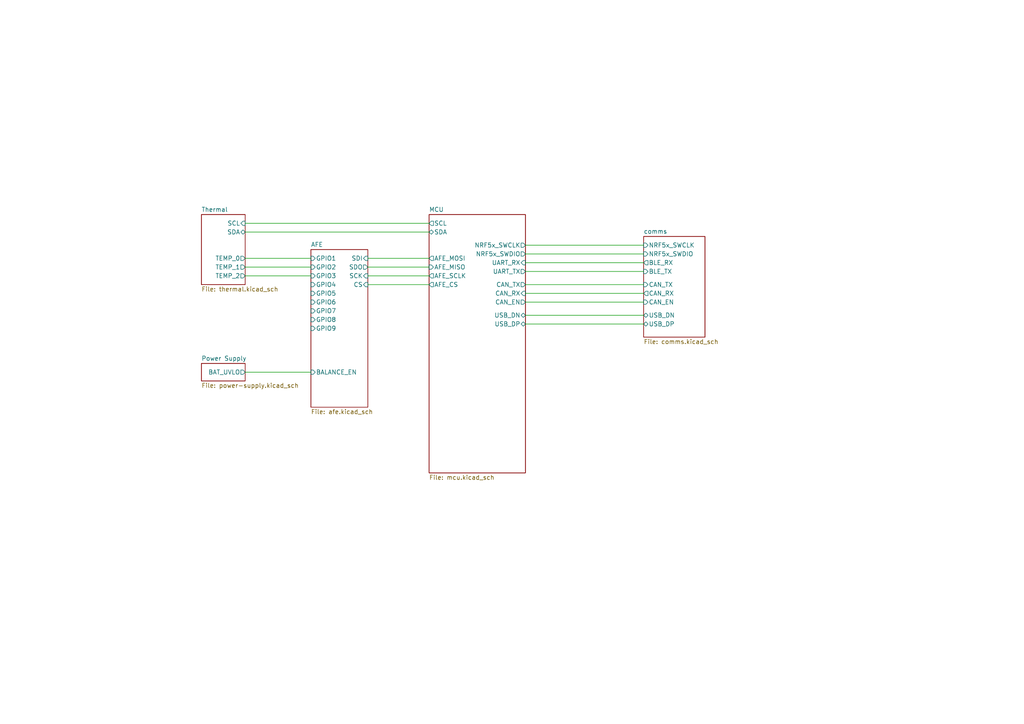
<source format=kicad_sch>
(kicad_sch (version 20211123) (generator eeschema)
  (paper "A4")
  (lib_symbols)
  (wire (pts (xy 71.12 74.93) (xy 90.17 74.93)))
  (wire (pts (xy 71.12 67.31) (xy 124.46 67.31)))
  (wire (pts (xy 152.4 85.09) (xy 186.69 85.09)))
  (wire (pts (xy 71.12 77.47) (xy 90.17 77.47)))
  (wire (pts (xy 152.4 82.55) (xy 186.69 82.55)))
  (wire (pts (xy 106.68 74.93) (xy 124.46 74.93)))
  (wire (pts (xy 152.4 87.63) (xy 186.69 87.63)))
  (wire (pts (xy 106.68 77.47) (xy 124.46 77.47)))
  (wire (pts (xy 152.4 78.74) (xy 186.69 78.74)))
  (wire (pts (xy 152.4 73.66) (xy 186.69 73.66)))
  (wire (pts (xy 152.4 91.44) (xy 186.69 91.44)))
  (wire (pts (xy 106.68 82.55) (xy 124.46 82.55)))
  (wire (pts (xy 106.68 80.01) (xy 124.46 80.01)))
  (wire (pts (xy 71.12 64.77) (xy 124.46 64.77)))
  (wire (pts (xy 152.4 93.98) (xy 186.69 93.98)))
  (wire (pts (xy 71.12 107.95) (xy 90.17 107.95)))
  (wire (pts (xy 152.4 76.2) (xy 186.69 76.2)))
  (wire (pts (xy 152.4 71.12) (xy 186.69 71.12)))
  (wire (pts (xy 71.12 80.01) (xy 90.17 80.01)))
  (sheet (at 124.46 62.23) (size 27.94 74.93) (stroke (width 0.1524))
    (property "Sheet name" "MCU" (at 124.46 61.5184 0) (effects (justify left bottom)))
    (property "Sheet file" "mcu.kicad_sch" (at 124.46 137.7446 0) (effects (justify left top)))
    (pin "NRF5x_SWDIO" output (at 152.4 73.66 0))
    (pin "NRF5x_SWCLK" output (at 152.4 71.12 0))
    (pin "CAN_RX" input (at 152.4 85.09 0))
    (pin "CAN_TX" output (at 152.4 82.55 0))
    (pin "CAN_EN" output (at 152.4 87.63 0))
    (pin "USB_DN" bidirectional (at 152.4 91.44 0))
    (pin "USB_DP" bidirectional (at 152.4 93.98 0))
    (pin "UART_RX" input (at 152.4 76.2 0))
    (pin "UART_TX" output (at 152.4 78.74 0))
    (pin "SCL" output (at 124.46 64.77 180))
    (pin "SDA" bidirectional (at 124.46 67.31 180))
    (pin "AFE_MISO" input (at 124.46 77.47 180))
    (pin "AFE_MOSI" output (at 124.46 74.93 180))
    (pin "AFE_SCLK" output (at 124.46 80.01 180))
    (pin "AFE_CS" output (at 124.46 82.55 180))
  )
  (sheet (at 58.42 105.41) (size 12.7 5.08) (stroke (width 0.1524))
    (property "Sheet name" "Power Supply" (at 58.42 104.6984 0) (effects (justify left bottom)))
    (property "Sheet file" "power-supply.kicad_sch" (at 58.42 111.0746 0) (effects (justify left top)))
    (pin "BAT_UVLO" output (at 71.12 107.95 0))
  )
  (sheet (at 186.69 68.58) (size 17.78 29.21) (stroke (width 0.1524))
    (property "Sheet name" "comms" (at 186.69 67.8684 0) (effects (justify left bottom)))
    (property "Sheet file" "comms.kicad_sch" (at 186.69 98.3746 0) (effects (justify left top)))
    (pin "NRF5x_SWCLK" input (at 186.69 71.12 180))
    (pin "NRF5x_SWDIO" input (at 186.69 73.66 180))
    (pin "CAN_TX" input (at 186.69 82.55 180))
    (pin "CAN_RX" output (at 186.69 85.09 180))
    (pin "USB_DN" bidirectional (at 186.69 91.44 180))
    (pin "USB_DP" bidirectional (at 186.69 93.98 180))
    (pin "CAN_EN" input (at 186.69 87.63 180))
    (pin "BLE_RX" output (at 186.69 76.2 180))
    (pin "BLE_TX" input (at 186.69 78.74 180))
  )
  (sheet (at 58.42 62.23) (size 12.7 20.32) (stroke (width 0.1524))
    (property "Sheet name" "Thermal" (at 58.42 61.5184 0) (effects (justify left bottom)))
    (property "Sheet file" "thermal.kicad_sch" (at 58.42 83.1346 0) (effects (justify left top)))
    (pin "SCL" input (at 71.12 64.77 0))
    (pin "SDA" bidirectional (at 71.12 67.31 0))
    (pin "TEMP_0" output (at 71.12 74.93 0))
    (pin "TEMP_2" output (at 71.12 80.01 0))
    (pin "TEMP_1" output (at 71.12 77.47 0))
  )
  (sheet (at 90.17 72.39) (size 16.51 45.72) (stroke (width 0.1524))
    (property "Sheet name" "AFE" (at 90.17 71.6784 0) (effects (justify left bottom)))
    (property "Sheet file" "afe.kicad_sch" (at 90.17 118.6946 0) (effects (justify left top)))
    (pin "BALANCE_EN" input (at 90.17 107.95 180))
    (pin "GPIO8" input (at 90.17 92.71 180))
    (pin "GPIO5" input (at 90.17 85.09 180))
    (pin "GPIO6" input (at 90.17 87.63 180))
    (pin "GPIO7" input (at 90.17 90.17 180))
    (pin "GPIO9" input (at 90.17 95.25 180))
    (pin "GPIO3" input (at 90.17 80.01 180))
    (pin "GPIO1" input (at 90.17 74.93 180))
    (pin "GPIO2" input (at 90.17 77.47 180))
    (pin "GPIO4" input (at 90.17 82.55 180))
    (pin "SDI" input (at 106.68 74.93 0))
    (pin "SDO" output (at 106.68 77.47 0))
    (pin "CS" input (at 106.68 82.55 0))
    (pin "SCK" input (at 106.68 80.01 0))
  )
)
</source>
